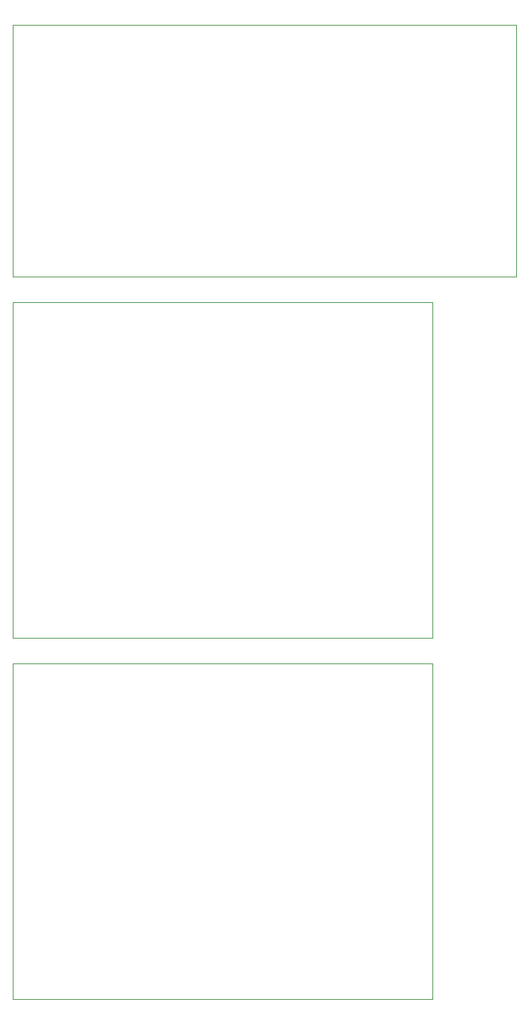
<source format=gbr>
%TF.GenerationSoftware,KiCad,Pcbnew,(6.0.1)*%
%TF.CreationDate,2022-04-21T10:22:39+02:00*%
%TF.ProjectId,Board2,426f6172-6432-42e6-9b69-6361645f7063,rev?*%
%TF.SameCoordinates,Original*%
%TF.FileFunction,Profile,NP*%
%FSLAX46Y46*%
G04 Gerber Fmt 4.6, Leading zero omitted, Abs format (unit mm)*
G04 Created by KiCad (PCBNEW (6.0.1)) date 2022-04-21 10:22:39*
%MOMM*%
%LPD*%
G01*
G04 APERTURE LIST*
%TA.AperFunction,Profile*%
%ADD10C,0.100000*%
%TD*%
G04 APERTURE END LIST*
D10*
X100000000Y-64000000D02*
X160000000Y-64000000D01*
X160000000Y-64000000D02*
X160000000Y-34000000D01*
X160000000Y-34000000D02*
X100000000Y-34000000D01*
X100000000Y-34000000D02*
X100000000Y-64000000D01*
X100000000Y-150000000D02*
X150000000Y-150000000D01*
X150000000Y-150000000D02*
X150000000Y-110000000D01*
X150000000Y-110000000D02*
X100000000Y-110000000D01*
X100000000Y-110000000D02*
X100000000Y-150000000D01*
X100000000Y-107000000D02*
X150000000Y-107000000D01*
X150000000Y-107000000D02*
X150000000Y-67000000D01*
X150000000Y-67000000D02*
X100000000Y-67000000D01*
X100000000Y-67000000D02*
X100000000Y-107000000D01*
M02*

</source>
